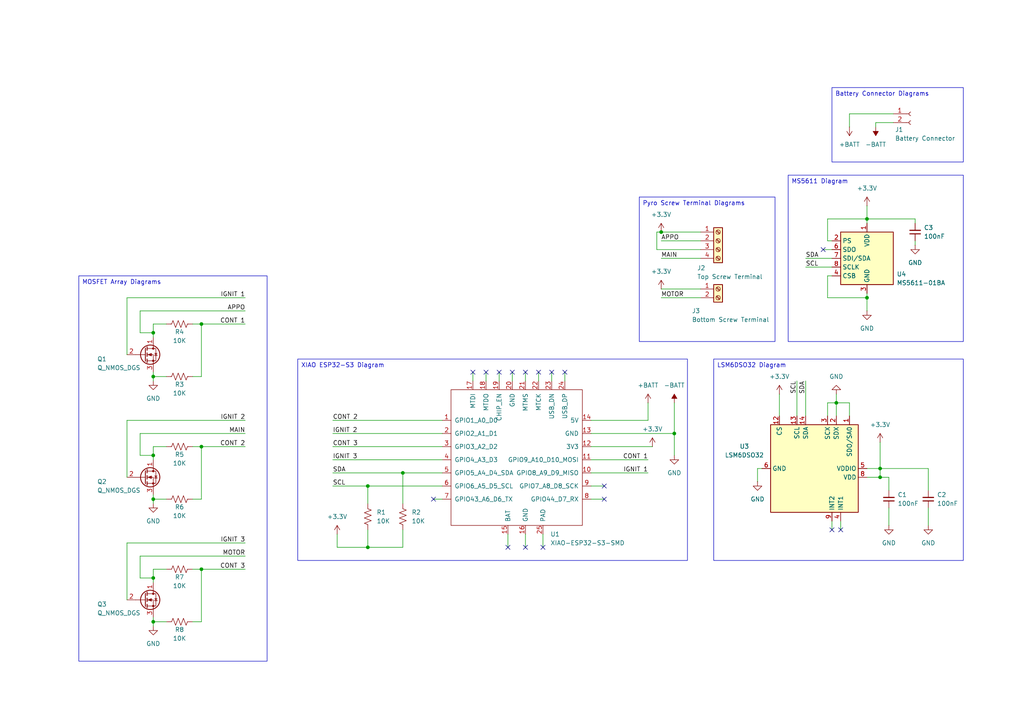
<source format=kicad_sch>
(kicad_sch (version 20250114) (generator "eeschema") (generator_version "9.0")
  (paper "A4")
  (title_block (title "Custom Avionics (All Layers)") (date "2026-02-09") (rev "NC") (company "UC Rocketry Club"))
  (lib_symbols
    (symbol "Connector:Conn_01x02_Socket" (pin_names (offset 1.016) (hide yes))
      (property "Reference" "J" (at 0 2.54 0))
      (property "Value" "Conn_01x02_Socket" (at 0 -5.08 0))
      (symbol "Conn_01x02_Socket_1_1"
        (polyline (pts (xy -1.27 0) (xy -0.508 0)) (stroke (width 0.1524)))
        (polyline (pts (xy -1.27 -2.54) (xy -0.508 -2.54)) (stroke (width 0.1524)))
        (arc (start 0 -0.508) (mid -0.5058 0) (end 0 0.508) (stroke (width 0.1524)))
        (arc (start 0 -3.048) (mid -0.5058 -2.54) (end 0 -2.032) (stroke (width 0.1524)))
        (pin passive line (at -5.08 0 0) (length 3.81) (name "Pin_1") (number "1"))
        (pin passive line (at -5.08 -2.54 0) (length 3.81) (name "Pin_2") (number "2"))
      )
    )
    (symbol "Connector:Screw_Terminal_01x02" (pin_names (offset 1.016) (hide yes))
      (property "Reference" "J" (at 0 2.54 0))
      (property "Value" "Screw_Terminal_01x02" (at 0 -5.08 0))
      (symbol "Screw_Terminal_01x02_1_1"
        (rectangle (start -1.27 1.27) (end 1.27 -3.81) (stroke (width 0.254)) (fill (type background)))
        (polyline (pts (xy -0.5334 0.3302) (xy 0.3302 -0.508)) (stroke (width 0.1524)))
        (polyline (pts (xy -0.5334 -2.2098) (xy 0.3302 -3.048)) (stroke (width 0.1524)))
        (polyline (pts (xy -0.3556 0.508) (xy 0.508 -0.3302)) (stroke (width 0.1524)))
        (polyline (pts (xy -0.3556 -2.032) (xy 0.508 -2.8702)) (stroke (width 0.1524)))
        (circle (center 0 0) (radius 0.635) (stroke (width 0.1524)))
        (circle (center 0 -2.54) (radius 0.635) (stroke (width 0.1524)))
        (pin passive line (at -5.08 0 0) (length 3.81) (name "Pin_1") (number "1"))
        (pin passive line (at -5.08 -2.54 0) (length 3.81) (name "Pin_2") (number "2"))
      )
    )
    (symbol "Connector:Screw_Terminal_01x04" (pin_names (offset 1.016) (hide yes))
      (property "Reference" "J" (at 0 5.08 0))
      (property "Value" "Screw_Terminal_01x04" (at 0 -7.62 0))
      (symbol "Screw_Terminal_01x04_1_1"
        (rectangle (start -1.27 3.81) (end 1.27 -6.35) (stroke (width 0.254)) (fill (type background)))
        (polyline (pts (xy -0.5334 2.8702) (xy 0.3302 2.032)) (stroke (width 0.1524)))
        (polyline (pts (xy -0.5334 0.3302) (xy 0.3302 -0.508)) (stroke (width 0.1524)))
        (polyline (pts (xy -0.5334 -2.2098) (xy 0.3302 -3.048)) (stroke (width 0.1524)))
        (polyline (pts (xy -0.5334 -4.7498) (xy 0.3302 -5.588)) (stroke (width 0.1524)))
        (polyline (pts (xy -0.3556 3.048) (xy 0.508 2.2098)) (stroke (width 0.1524)))
        (polyline (pts (xy -0.3556 0.508) (xy 0.508 -0.3302)) (stroke (width 0.1524)))
        (polyline (pts (xy -0.3556 -2.032) (xy 0.508 -2.8702)) (stroke (width 0.1524)))
        (polyline (pts (xy -0.3556 -4.572) (xy 0.508 -5.4102)) (stroke (width 0.1524)))
        (circle (center 0 2.54) (radius 0.635) (stroke (width 0.1524)))
        (circle (center 0 0) (radius 0.635) (stroke (width 0.1524)))
        (circle (center 0 -2.54) (radius 0.635) (stroke (width 0.1524)))
        (circle (center 0 -5.08) (radius 0.635) (stroke (width 0.1524)))
        (pin passive line (at -5.08 2.54 0) (length 3.81) (name "Pin_1") (number "1"))
        (pin passive line (at -5.08 0 0) (length 3.81) (name "Pin_2") (number "2"))
        (pin passive line (at -5.08 -2.54 0) (length 3.81) (name "Pin_3") (number "3"))
        (pin passive line (at -5.08 -5.08 0) (length 3.81) (name "Pin_4") (number "4"))
      )
    )
    (symbol "Device:C_Small" (pin_numbers (hide yes)) (pin_names (offset 0.254) (hide yes))
      (property "Reference" "C" (at 0.254 1.778 0))
      (property "Value" "C_Small" (at 0.254 -2.032 0))
      (symbol "C_Small_0_1"
        (polyline (pts (xy -1.524 0.508) (xy 1.524 0.508)) (stroke (width 0.3048)))
        (polyline (pts (xy -1.524 -0.508) (xy 1.524 -0.508)) (stroke (width 0.3302)))
      )
      (symbol "C_Small_1_1"
        (pin passive line (at 0 2.54 270) (length 2.032) (name "~") (number "1"))
        (pin passive line (at 0 -2.54 90) (length 2.032) (name "~") (number "2"))
      )
    )
    (symbol "Device:R_US" (pin_numbers (hide yes)) (pin_names (offset 0))
      (property "Reference" "R" (at 2.54 0 90))
      (property "Value" "R_US" (at -2.54 0 90))
      (symbol "R_US_0_1"
        (polyline (pts (xy 0 2.286) (xy 0 2.54)))
        (polyline (pts (xy 0 2.286) (xy 1.016 1.905) (xy 0 1.524) (xy -1.016 1.143) (xy 0 0.762)))
        (polyline (pts (xy 0 0.762) (xy 1.016 0.381) (xy 0 0) (xy -1.016 -0.381) (xy 0 -0.762)))
        (polyline (pts (xy 0 -0.762) (xy 1.016 -1.143) (xy 0 -1.524) (xy -1.016 -1.905) (xy 0 -2.286)))
        (polyline (pts (xy 0 -2.286) (xy 0 -2.54)))
      )
      (symbol "R_US_1_1"
        (pin passive line (at 0 3.81 270) (length 1.27) (name "~") (number "1"))
        (pin passive line (at 0 -3.81 90) (length 1.27) (name "~") (number "2"))
      )
    )
    (symbol "SeeedStudio-XIAO:XIAO-ESP32-S3-SMD" (pin_names (offset 1.016))
      (property "Reference" "U" (at -18.542 23.114 0))
      (property "Value" "XIAO-ESP32-S3-SMD" (at -8.382 21.336 0))
      (symbol "XIAO-ESP32-S3-SMD_0_1"
        (rectangle (start 19.05 -19.05) (end -19.05 20.32))
      )
      (symbol "XIAO-ESP32-S3-SMD_1_1"
        (pin passive line (at -21.59 11.43 0) (length 2.54) (name "GPIO1_A0_D0") (number "1"))
        (pin passive line (at -21.59 7.62 0) (length 2.54) (name "GPIO2_A1_D1") (number "2"))
        (pin passive line (at -21.59 3.81 0) (length 2.54) (name "GPIO3_A2_D2") (number "3"))
        (pin passive line (at -21.59 0 0) (length 2.54) (name "GPIO4_A3_D3") (number "4"))
        (pin passive line (at -21.59 -3.81 0) (length 2.54) (name "GPIO5_A4_D4_SDA") (number "5"))
        (pin passive line (at -21.59 -7.62 0) (length 2.54) (name "GPIO6_A5_D5_SCL") (number "6"))
        (pin passive line (at -21.59 -11.43 0) (length 2.54) (name "GPIO43_A6_D6_TX") (number "7"))
        (pin passive line (at -12.7 22.86 270) (length 2.54) (name "MTDI") (number "17"))
        (pin passive line (at -8.89 22.86 270) (length 2.54) (name "MTDO") (number "18"))
        (pin passive line (at -5.08 22.86 270) (length 2.54) (name "CHIP_EN") (number "19"))
        (pin passive line (at -2.54 -21.59 90) (length 2.54) (name "BAT") (number "15"))
        (pin passive line (at -1.27 22.86 270) (length 2.54) (name "GND") (number "20"))
        (pin passive line (at 2.54 22.86 270) (length 2.54) (name "MTMS") (number "21"))
        (pin passive line (at 2.54 -21.59 90) (length 2.54) (name "GND") (number "16"))
        (pin passive line (at 6.35 22.86 270) (length 2.54) (name "MTCK") (number "22"))
        (pin passive line (at 7.62 -21.59 90) (length 2.54) (name "PAD") (number "25"))
        (pin passive line (at 10.16 22.86 270) (length 2.54) (name "USB_DN") (number "23"))
        (pin passive line (at 13.97 22.86 270) (length 2.54) (name "USB_DP") (number "24"))
        (pin passive line (at 21.59 11.43 180) (length 2.54) (name "5V") (number "14"))
        (pin passive line (at 21.59 7.62 180) (length 2.54) (name "GND") (number "13"))
        (pin passive line (at 21.59 3.81 180) (length 2.54) (name "3V3") (number "12"))
        (pin passive line (at 21.59 0 180) (length 2.54) (name "GPIO9_A10_D10_MOSI") (number "11"))
        (pin passive line (at 21.59 -3.81 180) (length 2.54) (name "GPIO8_A9_D9_MISO") (number "10"))
        (pin passive line (at 21.59 -7.62 180) (length 2.54) (name "GPIO7_A8_D8_SCK") (number "9"))
        (pin passive line (at 21.59 -11.43 180) (length 2.54) (name "GPIO44_D7_RX") (number "8"))
      )
    )
    (symbol "Sensor_Motion:LSM6DS3"
      (property "Reference" "U3" (at -6.4202 -20.32 90))
      (property "Value" "LSM6DSO32" (at -3.8802 -20.32 90))
      (symbol "LSM6DS3_0_1"
        (rectangle (start -12.7 12.7) (end 12.7 -12.7) (stroke (width 0.254)) (fill (type background)))
      )
      (symbol "LSM6DS3_1_1"
        (pin bidirectional line (at -15.24 10.16 0) (length 2.54) (name "SDO/SA0") (number "1"))
        (pin bidirectional line (at -15.24 6.35 0) (length 2.54) (name "SDX") (number "2"))
        (pin input line (at -15.24 3.81 0) (length 2.54) (name "SCX") (number "3"))
        (pin bidirectional line (at -15.24 -2.54 0) (length 2.54) (name "SDA") (number "14"))
        (pin input line (at -15.24 -5.08 0) (length 2.54) (name "SCL") (number "13"))
        (pin input line (at -15.24 -10.16 0) (length 2.54) (name "CS") (number "12"))
        (pin power_in line (at 0 15.24 270) (length 2.54) (name "VDDIO") (number "5"))
        (pin power_in line (at 0 -15.24 90) (length 2.54) (name "GND") (number "6"))
        (pin passive line (at 0 -15.24 90) (length 2.54) (hide yes) (name "GND") (number "7"))
        (pin power_in line (at 2.54 15.24 270) (length 2.54) (name "VDD") (number "8"))
        (pin no_connect line (at 12.7 -2.54 180) (length 3.81) (hide yes) (name "NC") (number "11"))
        (pin no_connect line (at 12.7 -5.08 180) (length 3.81) (hide yes) (name "NC") (number "10"))
        (pin output line (at 15.24 7.62 180) (length 2.54) (name "INT1") (number "4"))
        (pin output line (at 15.24 5.08 180) (length 2.54) (name "INT2") (number "9"))
      )
    )
    (symbol "Sensor_Pressure:MS5611-01BA"
      (property "Reference" "U" (at -6.35 8.89 0))
      (property "Value" "MS5611-01BA" (at 7.62 8.89 0))
      (symbol "MS5611-01BA_0_1"
        (rectangle (start -7.62 7.62) (end 7.62 -7.62) (stroke (width 0.254)) (fill (type background)))
      )
      (symbol "MS5611-01BA_1_1"
        (pin input line (at -10.16 5.08 0) (length 2.54) (name "PS") (number "2"))
        (pin output line (at -10.16 2.54 0) (length 2.54) (name "SDO") (number "6"))
        (pin bidirectional line (at -10.16 0 0) (length 2.54) (name "SDI/SDA") (number "7"))
        (pin input line (at -10.16 -2.54 0) (length 2.54) (name "SCLK") (number "8"))
        (pin input line (at -10.16 -5.08 0) (length 2.54) (name "CSB") (number "4"))
        (pin input line (at -10.16 -5.08 0) (length 2.54) (hide yes) (name "CSB") (number "5"))
        (pin power_in line (at 0 10.16 270) (length 2.54) (name "VDD") (number "1"))
        (pin power_in line (at 0 -10.16 90) (length 2.54) (name "GND") (number "3"))
      )
    )
    (symbol "Transistor_FET:Q_NMOS_DGS" (pin_names (offset 0) (hide yes))
      (property "Reference" "Q" (at 5.08 1.905 0))
      (property "Value" "Q_NMOS_DGS" (at 5.08 0 0))
      (symbol "Q_NMOS_DGS_0_1"
        (polyline (pts (xy 0.254 1.905) (xy 0.254 -1.905)) (stroke (width 0.254)))
        (polyline (pts (xy 0.254 0) (xy -2.54 0)))
        (polyline (pts (xy 0.762 2.286) (xy 0.762 1.27)) (stroke (width 0.254)))
        (polyline (pts (xy 0.762 0.508) (xy 0.762 -0.508)) (stroke (width 0.254)))
        (polyline (pts (xy 0.762 -1.27) (xy 0.762 -2.286)) (stroke (width 0.254)))
        (polyline (pts (xy 0.762 -1.778) (xy 3.302 -1.778) (xy 3.302 1.778) (xy 0.762 1.778)))
        (polyline (pts (xy 1.016 0) (xy 2.032 0.381) (xy 2.032 -0.381) (xy 1.016 0)) (fill (type outline)))
        (circle (center 1.651 0) (radius 2.794) (stroke (width 0.254)))
        (polyline (pts (xy 2.54 2.54) (xy 2.54 1.778)))
        (circle (center 2.54 1.778) (radius 0.254) (fill (type outline)))
        (circle (center 2.54 -1.778) (radius 0.254) (fill (type outline)))
        (polyline (pts (xy 2.54 -2.54) (xy 2.54 0) (xy 0.762 0)))
        (polyline (pts (xy 2.921 0.381) (xy 3.683 0.381)))
        (polyline (pts (xy 3.302 0.381) (xy 2.921 -0.254) (xy 3.683 -0.254) (xy 3.302 0.381)))
      )
      (symbol "Q_NMOS_DGS_1_1"
        (pin input line (at -5.08 0 0) (length 2.54) (name "G") (number "2"))
        (pin passive line (at 2.54 5.08 270) (length 2.54) (name "D") (number "1"))
        (pin passive line (at 2.54 -5.08 90) (length 2.54) (name "S") (number "3"))
      )
    )
    (symbol "power:+3.3V" (power) (pin_numbers (hide yes)) (pin_names (offset 0) (hide yes))
      (property "Value" "+3.3V" (at 0 3.556 0))
      (symbol "+3.3V_0_1"
        (polyline (pts (xy -0.762 1.27) (xy 0 2.54)))
        (polyline (pts (xy 0 2.54) (xy 0.762 1.27)))
        (polyline (pts (xy 0 0) (xy 0 2.54)))
      )
      (symbol "+3.3V_1_1"
        (pin power_in line (at 0 0 90) (length 0) (name "~") (number "1"))
      )
    )
    (symbol "power:+BATT" (power) (pin_numbers (hide yes)) (pin_names (offset 0) (hide yes))
      (property "Value" "+BATT" (at 0 3.556 0))
      (symbol "+BATT_0_1"
        (polyline (pts (xy -0.762 1.27) (xy 0 2.54)))
        (polyline (pts (xy 0 2.54) (xy 0.762 1.27)))
        (polyline (pts (xy 0 0) (xy 0 2.54)))
      )
      (symbol "+BATT_1_1"
        (pin power_in line (at 0 0 90) (length 0) (name "~") (number "1"))
      )
    )
    (symbol "power:-BATT" (power) (pin_numbers (hide yes)) (pin_names (offset 0) (hide yes))
      (property "Value" "-BATT" (at 0 3.556 0))
      (symbol "-BATT_0_1"
        (polyline (pts (xy 0 0) (xy 0 2.54)))
        (polyline (pts (xy 0.762 1.27) (xy -0.762 1.27) (xy 0 2.54) (xy 0.762 1.27)) (fill (type outline)))
      )
      (symbol "-BATT_1_1"
        (pin power_in line (at 0 0 90) (length 0) (name "~") (number "1"))
      )
    )
    (symbol "power:GND" (power) (pin_numbers (hide yes)) (pin_names (offset 0) (hide yes))
      (property "Value" "GND" (at 0 -3.81 0))
      (symbol "GND_0_1"
        (polyline (pts (xy 0 0) (xy 0 -1.27) (xy 1.27 -1.27) (xy 0 -2.54) (xy -1.27 -1.27) (xy 0 -1.27)))
      )
      (symbol "GND_1_1"
        (pin power_in line (at 0 0 270) (length 0) (name "~") (number "1"))
      )
    )
  )
  (text_box "XIAO ESP32-S3 Diagram" (at 86.36 104.14 0) (size 113.03 58.42) (margins 0.9525 0.9525 0.9525 0.9525) (effects (font (size 1.27 1.27)) (justify left top)))
  (text_box "LSM6DSO32 Diagram" (at 207.01 104.14 0) (size 72.39 58.42) (margins 0.9525 0.9525 0.9525 0.9525) (effects (font (size 1.27 1.27)) (justify left top)))
  (text_box "MS5611 Diagram" (at 228.6 50.8 0) (size 50.8 48.26) (margins 0.9525 0.9525 0.9525 0.9525) (effects (font (size 1.27 1.27)) (justify left top)))
  (text_box "Battery Connector Diagrams" (at 241.3 25.4 0) (size 38.1 21.59) (margins 0.9525 0.9525 0.9525 0.9525) (effects (font (size 1.27 1.27)) (justify left top)))
  (text_box "MOSFET Array Diagrams" (at 22.86 80.01 0) (size 54.61 111.76) (margins 0.9525 0.9525 0.9525 0.9525) (effects (font (size 1.27 1.27)) (justify left top)))
  (text_box "Pyro Screw Terminal Diagrams" (at 185.42 57.15 0) (size 39.37 41.91) (margins 0.9525 0.9525 0.9525 0.9525) (effects (font (size 1.27 1.27)) (justify left top)))
  (junction (at 255.27 135.89))
  (junction (at 44.45 109.22))
  (junction (at 44.45 144.78))
  (junction (at 58.42 165.1))
  (junction (at 191.77 67.31))
  (junction (at 58.42 129.54))
  (junction (at 116.84 137.16))
  (junction (at 251.46 63.5))
  (junction (at 106.68 158.75))
  (junction (at 44.45 180.34))
  (junction (at 242.57 116.84))
  (junction (at 106.68 140.97))
  (junction (at 58.42 93.98))
  (junction (at 255.27 138.43))
  (junction (at 44.45 96.52))
  (junction (at 251.46 86.36))
  (junction (at 44.45 132.08))
  (junction (at 44.45 167.64))
  (junction (at 195.58 125.73))
  (no_connect (at 175.26 140.97))
  (no_connect (at 156.21 107.95))
  (no_connect (at 147.32 158.75))
  (no_connect (at 160.02 107.95))
  (no_connect (at 152.4 158.75))
  (no_connect (at 144.78 107.95))
  (no_connect (at 137.16 107.95))
  (no_connect (at 163.83 107.95))
  (no_connect (at 241.3 153.67))
  (no_connect (at 148.59 107.95))
  (no_connect (at 157.48 158.75))
  (no_connect (at 152.4 107.95))
  (no_connect (at 243.84 153.67))
  (no_connect (at 140.97 107.95))
  (no_connect (at 238.76 72.39))
  (no_connect (at 125.73 144.78))
  (no_connect (at 175.26 144.78))
  (wire (pts (xy 171.45 125.73) (xy 195.58 125.73)))
  (wire (pts (xy 241.3 80.01) (xy 240.03 80.01)))
  (wire (pts (xy 190.5 67.31) (xy 191.77 67.31)))
  (wire (pts (xy 157.48 154.94) (xy 157.48 158.75)))
  (wire (pts (xy 265.43 69.85) (xy 265.43 71.12)))
  (wire (pts (xy 140.97 107.95) (xy 140.97 110.49)))
  (wire (pts (xy 44.45 143.51) (xy 44.45 144.78)))
  (wire (pts (xy 195.58 116.84) (xy 195.58 125.73)))
  (wire (pts (xy 241.3 69.85) (xy 240.03 69.85)))
  (wire (pts (xy 40.64 90.17) (xy 71.12 90.17)))
  (wire (pts (xy 171.45 144.78) (xy 175.26 144.78)))
  (wire (pts (xy 96.52 137.16) (xy 116.84 137.16)))
  (wire (pts (xy 106.68 158.75) (xy 116.84 158.75)))
  (wire (pts (xy 191.77 83.82) (xy 203.2 83.82)))
  (wire (pts (xy 55.88 129.54) (xy 58.42 129.54)))
  (wire (pts (xy 160.02 107.95) (xy 160.02 110.49)))
  (wire (pts (xy 190.5 72.39) (xy 203.2 72.39)))
  (wire (pts (xy 40.64 90.17) (xy 40.64 96.52)))
  (wire (pts (xy 55.88 144.78) (xy 58.42 144.78)))
  (wire (pts (xy 36.83 86.36) (xy 71.12 86.36)))
  (wire (pts (xy 55.88 180.34) (xy 58.42 180.34)))
  (wire (pts (xy 240.03 120.65) (xy 240.03 116.84)))
  (wire (pts (xy 44.45 165.1) (xy 48.26 165.1)))
  (wire (pts (xy 241.3 151.13) (xy 241.3 153.67)))
  (wire (pts (xy 44.45 109.22) (xy 44.45 110.49)))
  (wire (pts (xy 36.83 86.36) (xy 36.83 102.87)))
  (wire (pts (xy 231.14 110.49) (xy 231.14 120.65)))
  (wire (pts (xy 242.57 120.65) (xy 242.57 116.84)))
  (wire (pts (xy 246.38 120.65) (xy 246.38 116.84)))
  (wire (pts (xy 251.46 135.89) (xy 255.27 135.89)))
  (wire (pts (xy 40.64 132.08) (xy 44.45 132.08)))
  (wire (pts (xy 171.45 133.35) (xy 187.96 133.35)))
  (wire (pts (xy 106.68 140.97) (xy 106.68 146.05)))
  (wire (pts (xy 255.27 135.89) (xy 269.24 135.89)))
  (wire (pts (xy 96.52 121.92) (xy 128.27 121.92)))
  (wire (pts (xy 265.43 64.77) (xy 265.43 63.5)))
  (wire (pts (xy 44.45 180.34) (xy 44.45 181.61)))
  (wire (pts (xy 240.03 116.84) (xy 242.57 116.84)))
  (wire (pts (xy 58.42 93.98) (xy 71.12 93.98)))
  (wire (pts (xy 44.45 132.08) (xy 44.45 129.54)))
  (wire (pts (xy 106.68 140.97) (xy 128.27 140.97)))
  (wire (pts (xy 96.52 129.54) (xy 128.27 129.54)))
  (wire (pts (xy 96.52 133.35) (xy 128.27 133.35)))
  (wire (pts (xy 44.45 96.52) (xy 40.64 96.52)))
  (wire (pts (xy 55.88 109.22) (xy 58.42 109.22)))
  (wire (pts (xy 36.83 121.92) (xy 36.83 138.43)))
  (wire (pts (xy 240.03 80.01) (xy 240.03 86.36)))
  (wire (pts (xy 190.5 72.39) (xy 190.5 67.31)))
  (wire (pts (xy 116.84 137.16) (xy 128.27 137.16)))
  (wire (pts (xy 191.77 74.93) (xy 203.2 74.93)))
  (wire (pts (xy 255.27 138.43) (xy 257.81 138.43)))
  (wire (pts (xy 44.45 109.22) (xy 48.26 109.22)))
  (wire (pts (xy 240.03 69.85) (xy 240.03 63.5)))
  (wire (pts (xy 44.45 107.95) (xy 44.45 109.22)))
  (wire (pts (xy 147.32 154.94) (xy 147.32 158.75)))
  (wire (pts (xy 125.73 144.78) (xy 128.27 144.78)))
  (wire (pts (xy 195.58 125.73) (xy 195.58 132.08)))
  (wire (pts (xy 137.16 107.95) (xy 137.16 110.49)))
  (wire (pts (xy 251.46 59.69) (xy 251.46 63.5)))
  (wire (pts (xy 233.68 74.93) (xy 241.3 74.93)))
  (wire (pts (xy 187.96 121.92) (xy 171.45 121.92)))
  (wire (pts (xy 44.45 180.34) (xy 48.26 180.34)))
  (wire (pts (xy 163.83 107.95) (xy 163.83 110.49)))
  (wire (pts (xy 191.77 69.85) (xy 203.2 69.85)))
  (wire (pts (xy 152.4 107.95) (xy 152.4 110.49)))
  (wire (pts (xy 116.84 158.75) (xy 116.84 153.67)))
  (wire (pts (xy 191.77 67.31) (xy 203.2 67.31)))
  (wire (pts (xy 269.24 152.4) (xy 269.24 147.32)))
  (wire (pts (xy 171.45 137.16) (xy 187.96 137.16)))
  (wire (pts (xy 116.84 137.16) (xy 116.84 146.05)))
  (wire (pts (xy 44.45 168.91) (xy 44.45 167.64)))
  (wire (pts (xy 148.59 107.95) (xy 148.59 110.49)))
  (wire (pts (xy 171.45 140.97) (xy 175.26 140.97)))
  (wire (pts (xy 97.79 158.75) (xy 106.68 158.75)))
  (wire (pts (xy 40.64 161.29) (xy 71.12 161.29)))
  (wire (pts (xy 96.52 140.97) (xy 106.68 140.97)))
  (wire (pts (xy 36.83 121.92) (xy 71.12 121.92)))
  (wire (pts (xy 58.42 129.54) (xy 71.12 129.54)))
  (wire (pts (xy 233.68 77.47) (xy 241.3 77.47)))
  (wire (pts (xy 240.03 63.5) (xy 251.46 63.5)))
  (wire (pts (xy 257.81 152.4) (xy 257.81 147.32)))
  (wire (pts (xy 191.77 86.36) (xy 203.2 86.36)))
  (wire (pts (xy 97.79 158.75) (xy 97.79 154.94)))
  (wire (pts (xy 251.46 85.09) (xy 251.46 86.36)))
  (wire (pts (xy 36.83 157.48) (xy 36.83 173.99)))
  (wire (pts (xy 269.24 135.89) (xy 269.24 142.24)))
  (wire (pts (xy 44.45 129.54) (xy 48.26 129.54)))
  (wire (pts (xy 106.68 153.67) (xy 106.68 158.75)))
  (wire (pts (xy 144.78 107.95) (xy 144.78 110.49)))
  (wire (pts (xy 44.45 167.64) (xy 44.45 165.1)))
  (wire (pts (xy 257.81 138.43) (xy 257.81 142.24)))
  (wire (pts (xy 58.42 109.22) (xy 58.42 93.98)))
  (wire (pts (xy 96.52 125.73) (xy 128.27 125.73)))
  (wire (pts (xy 265.43 63.5) (xy 251.46 63.5)))
  (wire (pts (xy 233.68 110.49) (xy 233.68 120.65)))
  (wire (pts (xy 156.21 107.95) (xy 156.21 110.49)))
  (wire (pts (xy 255.27 135.89) (xy 255.27 138.43)))
  (wire (pts (xy 44.45 144.78) (xy 48.26 144.78)))
  (wire (pts (xy 219.71 135.89) (xy 219.71 139.7)))
  (wire (pts (xy 242.57 116.84) (xy 246.38 116.84)))
  (wire (pts (xy 44.45 133.35) (xy 44.45 132.08)))
  (wire (pts (xy 171.45 129.54) (xy 189.23 129.54)))
  (wire (pts (xy 242.57 114.3) (xy 242.57 116.84)))
  (wire (pts (xy 44.45 97.79) (xy 44.45 96.52)))
  (wire (pts (xy 44.45 96.52) (xy 44.45 93.98)))
  (wire (pts (xy 40.64 125.73) (xy 71.12 125.73)))
  (wire (pts (xy 251.46 63.5) (xy 251.46 64.77)))
  (wire (pts (xy 220.98 135.89) (xy 219.71 135.89)))
  (wire (pts (xy 240.03 86.36) (xy 251.46 86.36)))
  (wire (pts (xy 44.45 167.64) (xy 40.64 167.64)))
  (wire (pts (xy 44.45 144.78) (xy 44.45 146.05)))
  (wire (pts (xy 251.46 86.36) (xy 251.46 90.17)))
  (wire (pts (xy 251.46 138.43) (xy 255.27 138.43)))
  (wire (pts (xy 259.08 35.56) (xy 254 35.56)))
  (wire (pts (xy 243.84 151.13) (xy 243.84 153.67)))
  (wire (pts (xy 58.42 180.34) (xy 58.42 165.1)))
  (wire (pts (xy 40.64 167.64) (xy 40.64 161.29)))
  (wire (pts (xy 40.64 132.08) (xy 40.64 125.73)))
  (wire (pts (xy 44.45 180.34) (xy 44.45 179.07)))
  (wire (pts (xy 226.06 114.3) (xy 226.06 120.65)))
  (wire (pts (xy 187.96 116.84) (xy 187.96 121.92)))
  (wire (pts (xy 36.83 157.48) (xy 71.12 157.48)))
  (wire (pts (xy 58.42 144.78) (xy 58.42 129.54)))
  (wire (pts (xy 55.88 93.98) (xy 58.42 93.98)))
  (wire (pts (xy 55.88 165.1) (xy 58.42 165.1)))
  (wire (pts (xy 58.42 165.1) (xy 71.12 165.1)))
  (wire (pts (xy 246.38 33.02) (xy 259.08 33.02)))
  (wire (pts (xy 238.76 72.39) (xy 241.3 72.39)))
  (wire (pts (xy 255.27 128.27) (xy 255.27 135.89)))
  (wire (pts (xy 246.38 33.02) (xy 246.38 36.83)))
  (wire (pts (xy 152.4 154.94) (xy 152.4 158.75)))
  (wire (pts (xy 254 35.56) (xy 254 36.83)))
  (wire (pts (xy 44.45 93.98) (xy 48.26 93.98)))
  (label "SCL" (at 96.52 140.97 0))
  (label "SDA" (at 96.52 137.16 0))
  (label "IGNIT 1" (at 187.96 137.16 180))
  (label "APPO" (at 71.12 90.17 180))
  (label "CONT 1" (at 71.12 93.98 180))
  (label "MOTOR" (at 71.12 161.29 180))
  (label "IGNIT 2" (at 96.52 125.73 0))
  (label "CONT 1" (at 187.96 133.35 180))
  (label "IGNIT 3" (at 96.52 133.35 0))
  (label "APPO" (at 191.77 69.85 0))
  (label "CONT 3" (at 96.52 129.54 0))
  (label "IGNIT 1" (at 71.12 86.36 180))
  (label "CONT 2" (at 96.52 121.92 0))
  (label "SDA" (at 233.68 110.49 270))
  (label "MAIN" (at 71.12 125.73 180))
  (label "SCL" (at 233.68 77.47 0))
  (label "MAIN" (at 191.77 74.93 0))
  (label "SCL" (at 231.14 110.49 270))
  (label "CONT 2" (at 71.12 129.54 180))
  (label "IGNIT 3" (at 71.12 157.48 180))
  (label "SDA" (at 233.68 74.93 0))
  (label "IGNIT 2" (at 71.12 121.92 180))
  (label "CONT 3" (at 71.12 165.1 180))
  (label "MOTOR" (at 191.77 86.36 0))
  (symbol (lib_id "power:GND") (at 219.71 139.7 0) (unit 1)
    (property "Reference" "#PWR01" (effects (hide yes)))
    (property "Value" "GND" (at 219.71 144.78 0))
    (property "Description" "Power symbol creates a global label with name \"GND\" , ground" (effects (hide yes)))
  )
  (symbol (lib_id "power:+3.3V") (at 191.77 83.82 0) (unit 1)
    (property "Reference" "#PWR021" (effects (hide yes)))
    (property "Value" "+3.3V" (at 191.77 78.74 0))
    (property "Description" "Power symbol creates a global label with name \"+3.3V\"" (effects (hide yes)))
  )
  (symbol (lib_id "power:GND") (at 44.45 110.49 0) (unit 1)
    (property "Reference" "#PWR02" (effects (hide yes)))
    (property "Value" "GND" (at 44.45 115.57 0))
    (property "Description" "Power symbol creates a global label with name \"GND\" , ground" (effects (hide yes)))
  )
  (symbol (lib_id "Device:R_US") (at 52.07 93.98 270) (unit 1)
    (property "Reference" "R4" (at 52.07 96.266 90))
    (property "Value" "10K" (at 52.07 98.806 90))
    (property "Footprint" "Resistor_SMD:R_0402_1005Metric" (effects (hide yes)))
    (property "Description" "Resistor, US symbol" (effects (hide yes)))
  )
  (symbol (lib_id "power:+BATT") (at 246.38 36.83 180) (unit 1)
    (property "Reference" "#PWR014" (effects (hide yes)))
    (property "Value" "+BATT" (at 246.38 41.91 0))
    (property "Description" "Power symbol creates a global label with name \"+BATT\"" (effects (hide yes)))
  )
  (symbol (lib_id "power:-BATT") (at 254 36.83 180) (unit 1)
    (property "Reference" "#PWR017" (effects (hide yes)))
    (property "Value" "-BATT" (at 254 41.91 0))
    (property "Description" "Power symbol creates a global label with name \"-BATT\"" (effects (hide yes)))
  )
  (symbol (lib_id "power:+BATT") (at 187.96 116.84 0) (unit 1)
    (property "Reference" "#PWR016" (effects (hide yes)))
    (property "Value" "+BATT" (at 187.96 111.76 0))
    (property "Description" "Power symbol creates a global label with name \"+BATT\"" (effects (hide yes)))
  )
  (symbol (lib_id "power:GND") (at 269.24 152.4 0) (unit 1)
    (property "Reference" "#PWR05" (effects (hide yes)))
    (property "Value" "GND" (at 269.24 157.48 0))
    (property "Description" "Power symbol creates a global label with name \"GND\" , ground" (effects (hide yes)))
  )
  (symbol (lib_id "power:+3.3V") (at 97.79 154.94 0) (unit 1)
    (property "Reference" "#PWR013" (effects (hide yes)))
    (property "Value" "+3.3V" (at 97.79 149.86 0))
    (property "Description" "Power symbol creates a global label with name \"+3.3V\"" (effects (hide yes)))
  )
  (symbol (lib_id "power:GND") (at 265.43 71.12 0) (unit 1)
    (property "Reference" "#PWR07" (effects (hide yes)))
    (property "Value" "GND" (at 265.43 76.2 0))
    (property "Description" "Power symbol creates a global label with name \"GND\" , ground" (effects (hide yes)))
  )
  (symbol (lib_id "power:+3.3V") (at 255.27 128.27 0) (unit 1)
    (property "Reference" "#PWR06" (effects (hide yes)))
    (property "Value" "+3.3V" (at 255.27 123.19 0))
    (property "Description" "Power symbol creates a global label with name \"+3.3V\"" (effects (hide yes)))
  )
  (symbol (lib_id "power:+3.3V") (at 191.77 67.31 0) (unit 1)
    (property "Reference" "#PWR020" (effects (hide yes)))
    (property "Value" "+3.3V" (at 191.77 62.23 0))
    (property "Description" "Power symbol creates a global label with name \"+3.3V\"" (effects (hide yes)))
  )
  (symbol (lib_id "Transistor_FET:Q_NMOS_DGS") (at 41.91 102.87 0) (unit 1)
    (property "Reference" "Q1" (at 28.194 104.14 0) (effects (justify left)))
    (property "Value" "Q_NMOS_DGS" (at 28.194 106.68 0) (effects (justify left)))
    (property "Footprint" "Package_TO_SOT_SMD:TSOT-23" (effects (hide yes)))
    (property "Description" "N-MOSFET transistor, drain/gate/source" (effects (hide yes)))
  )
  (symbol (lib_id "Device:R_US") (at 52.07 144.78 270) (unit 1)
    (property "Reference" "R6" (at 52.07 147.066 90))
    (property "Value" "10K" (at 52.07 149.606 90))
    (property "Footprint" "Resistor_SMD:R_0402_1005Metric" (effects (hide yes)))
    (property "Description" "Resistor, US symbol" (effects (hide yes)))
  )
  (symbol (lib_id "Device:R_US") (at 52.07 109.22 270) (unit 1)
    (property "Reference" "R3" (at 52.07 111.506 90))
    (property "Value" "10K" (at 52.07 114.046 90))
    (property "Footprint" "Resistor_SMD:R_0402_1005Metric" (effects (hide yes)))
    (property "Description" "Resistor, US symbol" (effects (hide yes)))
  )
  (symbol (lib_id "Transistor_FET:Q_NMOS_DGS") (at 41.91 173.99 0) (unit 1)
    (property "Reference" "Q3" (at 28.194 175.26 0) (effects (justify left)))
    (property "Value" "Q_NMOS_DGS" (at 28.194 177.8 0) (effects (justify left)))
    (property "Footprint" "Package_TO_SOT_SMD:TSOT-23" (effects (hide yes)))
    (property "Description" "N-MOSFET transistor, drain/gate/source" (effects (hide yes)))
  )
  (symbol (lib_id "power:GND") (at 44.45 146.05 0) (unit 1)
    (property "Reference" "#PWR018" (effects (hide yes)))
    (property "Value" "GND" (at 44.45 151.13 0))
    (property "Description" "Power symbol creates a global label with name \"GND\" , ground" (effects (hide yes)))
  )
  (symbol (lib_id "Device:R_US") (at 52.07 165.1 270) (unit 1)
    (property "Reference" "R7" (at 52.07 167.386 90))
    (property "Value" "10K" (at 52.07 169.926 90))
    (property "Footprint" "Resistor_SMD:R_0402_1005Metric" (effects (hide yes)))
    (property "Description" "Resistor, US symbol" (effects (hide yes)))
  )
  (symbol (lib_id "Device:R_US") (at 106.68 149.86 0) (unit 1)
    (property "Reference" "R1" (at 109.22 148.5899 0) (effects (justify left)))
    (property "Value" "10K" (at 109.22 151.1299 0) (effects (justify left)))
    (property "Footprint" "Resistor_SMD:R_0402_1005Metric" (effects (hide yes)))
    (property "Description" "Resistor, US symbol" (effects (hide yes)))
  )
  (symbol (lib_id "power:+3.3V") (at 226.06 114.3 0) (unit 1)
    (property "Reference" "#PWR09" (effects (hide yes)))
    (property "Value" "+3.3V" (at 226.06 109.22 0))
    (property "Description" "Power symbol creates a global label with name \"+3.3V\"" (effects (hide yes)))
  )
  (symbol (lib_id "Sensor_Pressure:MS5611-01BA") (at 251.46 74.93 0) (unit 1)
    (property "Reference" "U4" (at 260.096 79.502 0) (effects (justify left)))
    (property "Value" "MS5611-01BA" (at 260.096 82.042 0) (effects (justify left)))
    (property "Footprint" "Package_LGA:LGA-8_3x5mm_P1.25mm" (effects (hide yes)))
    (property "Datasheet" "https://www.te.com/commerce/DocumentDelivery/DDEController?Action=srchrtrv&DocNm=MS5611-01BA03&DocType=Data+Sheet&DocLang=English" (effects (hide yes)))
    (property "Description" "Barometric pressure sensor, 10cm resolution, 10 to 1200 mbar, I2C and SPI interface up to 20MHz, LGA-8" (effects (hide yes)))
  )
  (symbol (lib_id "power:-BATT") (at 195.58 116.84 0) (unit 1)
    (property "Reference" "#PWR015" (effects (hide yes)))
    (property "Value" "-BATT" (at 195.58 111.76 0))
    (property "Description" "Power symbol creates a global label with name \"-BATT\"" (effects (hide yes)))
  )
  (symbol (lib_id "power:+3.3V") (at 251.46 59.69 0) (unit 1)
    (property "Reference" "#PWR010" (effects (hide yes)))
    (property "Value" "+3.3V" (at 251.46 54.61 0))
    (property "Description" "Power symbol creates a global label with name \"+3.3V\"" (effects (hide yes)))
  )
  (symbol (lib_id "Device:R_US") (at 52.07 129.54 270) (unit 1)
    (property "Reference" "R5" (at 52.07 131.826 90))
    (property "Value" "10K" (at 52.07 134.366 90))
    (property "Footprint" "Resistor_SMD:R_0402_1005Metric" (effects (hide yes)))
    (property "Description" "Resistor, US symbol" (effects (hide yes)))
  )
  (symbol (lib_id "power:GND") (at 44.45 181.61 0) (unit 1)
    (property "Reference" "#PWR019" (effects (hide yes)))
    (property "Value" "GND" (at 44.45 186.69 0))
    (property "Description" "Power symbol creates a global label with name \"GND\" , ground" (effects (hide yes)))
  )
  (symbol (lib_id "SeeedStudio-XIAO:XIAO-ESP32-S3-SMD") (at 149.86 133.35 0) (unit 1)
    (property "Reference" "U1" (at 159.6233 154.94 0) (effects (justify left)))
    (property "Value" "XIAO-ESP32-S3-SMD" (at 159.6233 157.48 0) (effects (justify left)))
    (property "Footprint" "Seeed Studio XIAO Series Library:XIAO-ESP32S3-DIP" (effects (hide yes)))
  )
  (symbol (lib_id "Device:C_Small") (at 257.81 144.78 180) (unit 1)
    (property "Reference" "C1" (at 260.35 143.5035 0) (effects (justify right)))
    (property "Value" "100nF" (at 260.35 146.0435 0) (effects (justify right)))
    (property "Footprint" "Capacitor_SMD:C_0603_1608Metric" (effects (hide yes)))
    (property "Description" "Unpolarized capacitor, small symbol" (effects (hide yes)))
  )
  (symbol (lib_id "Device:C_Small") (at 265.43 67.31 180) (unit 1)
    (property "Reference" "C3" (at 267.97 66.0335 0) (effects (justify right)))
    (property "Value" "100nF" (at 267.97 68.5735 0) (effects (justify right)))
    (property "Footprint" "Capacitor_SMD:C_0603_1608Metric" (effects (hide yes)))
    (property "Description" "Unpolarized capacitor, small symbol" (effects (hide yes)))
  )
  (symbol (lib_id "Transistor_FET:Q_NMOS_DGS") (at 41.91 138.43 0) (unit 1)
    (property "Reference" "Q2" (at 28.194 139.7 0) (effects (justify left)))
    (property "Value" "Q_NMOS_DGS" (at 28.194 142.24 0) (effects (justify left)))
    (property "Footprint" "Package_TO_SOT_SMD:TSOT-23" (effects (hide yes)))
    (property "Description" "N-MOSFET transistor, drain/gate/source" (effects (hide yes)))
  )
  (symbol (lib_id "Connector:Screw_Terminal_01x04") (at 208.28 69.85 0) (unit 1)
    (property "Reference" "J2" (at 202.184 77.724 0) (effects (justify left)))
    (property "Value" "Top Screw Terminal" (at 202.184 80.264 0) (effects (justify left)))
    (property "Footprint" "TerminalBlock_Phoenix:TerminalBlock_Phoenix_MPT-0,5-4-2.54_1x04_P2.54mm_Horizontal" (effects (hide yes)))
    (property "Description" "Generic screw terminal, single row, 01x04, script generated (kicad-library-utils/schlib/autogen/connector/)" (effects (hide yes)))
  )
  (symbol (lib_id "power:GND") (at 195.58 132.08 0) (unit 1)
    (property "Reference" "#PWR012" (effects (hide yes)))
    (property "Value" "GND" (at 195.58 137.16 0))
    (property "Description" "Power symbol creates a global label with name \"GND\" , ground" (effects (hide yes)))
  )
  (symbol (lib_id "Connector:Screw_Terminal_01x02") (at 208.28 83.82 0) (unit 1)
    (property "Reference" "J3" (at 200.66 90.17 0) (effects (justify left)))
    (property "Value" "Bottom Screw Terminal" (at 200.66 92.71 0) (effects (justify left)))
    (property "Footprint" "TerminalBlock_Phoenix:TerminalBlock_Phoenix_MPT-0,5-2-2.54_1x02_P2.54mm_Horizontal" (effects (hide yes)))
    (property "Description" "Generic screw terminal, single row, 01x02, script generated (kicad-library-utils/schlib/autogen/connector/)" (effects (hide yes)))
  )
  (symbol (lib_id "power:+3.3V") (at 189.23 129.54 0) (unit 1)
    (property "Reference" "#PWR03" (effects (hide yes)))
    (property "Value" "+3.3V" (at 189.23 124.46 0))
    (property "Description" "Power symbol creates a global label with name \"+3.3V\"" (effects (hide yes)))
  )
  (symbol (lib_id "power:GND") (at 242.57 114.3 180) (unit 1)
    (property "Reference" "#PWR08" (effects (hide yes)))
    (property "Value" "GND" (at 242.57 109.22 0))
    (property "Description" "Power symbol creates a global label with name \"GND\" , ground" (effects (hide yes)))
  )
  (symbol (lib_id "Connector:Conn_01x02_Socket") (at 264.16 33.02 0) (unit 1)
    (property "Reference" "J1" (at 259.588 37.592 0) (effects (justify left)))
    (property "Value" "Battery Connector" (at 259.588 40.132 0) (effects (justify left)))
    (property "Footprint" "Connector_JST:JST_PH_B2B-PH-K_1x02_P2.00mm_Vertical" (effects (hide yes)))
    (property "Description" "Generic connector, single row, 01x02, script generated" (effects (hide yes)))
  )
  (symbol (lib_id "Device:C_Small") (at 269.24 144.78 180) (unit 1)
    (property "Reference" "C2" (at 271.78 143.5035 0) (effects (justify right)))
    (property "Value" "100nF" (at 271.78 146.0435 0) (effects (justify right)))
    (property "Footprint" "Capacitor_SMD:C_0603_1608Metric" (effects (hide yes)))
    (property "Description" "Unpolarized capacitor, small symbol" (effects (hide yes)))
  )
  (symbol (lib_id "power:GND") (at 251.46 90.17 0) (unit 1)
    (property "Reference" "#PWR011" (effects (hide yes)))
    (property "Value" "GND" (at 251.46 95.25 0))
    (property "Description" "Power symbol creates a global label with name \"GND\" , ground" (effects (hide yes)))
  )
  (symbol (lib_id "Sensor_Motion:LSM6DS3") (at 236.22 135.89 270) (unit 1)
    (property "Reference" "U3" (at 215.9 129.4698 90))
    (property "Value" "LSM6DSO32" (at 215.9 132.0098 90))
    (property "Footprint" "Package_LGA:LGA-14_3x2.5mm_P0.5mm_LayoutBorder3x4y" (effects (hide yes)))
    (property "Datasheet" "https://www.st.com/resource/en/datasheet/lsm6ds3tr-c.pdf" (effects (hide yes)))
    (property "Description" "I2C/SPI, iNEMO inertial module: always-on 3D accelerometer and 3D gyroscope" (effects (hide yes)))
  )
  (symbol (lib_id "Device:R_US") (at 52.07 180.34 270) (unit 1)
    (property "Reference" "R8" (at 52.07 182.626 90))
    (property "Value" "10K" (at 52.07 185.166 90))
    (property "Footprint" "Resistor_SMD:R_0402_1005Metric" (effects (hide yes)))
    (property "Description" "Resistor, US symbol" (effects (hide yes)))
  )
  (symbol (lib_id "Device:R_US") (at 116.84 149.86 0) (unit 1)
    (property "Reference" "R2" (at 119.38 148.5899 0) (effects (justify left)))
    (property "Value" "10K" (at 119.38 151.1299 0) (effects (justify left)))
    (property "Footprint" "Resistor_SMD:R_0402_1005Metric" (effects (hide yes)))
    (property "Description" "Resistor, US symbol" (effects (hide yes)))
  )
  (symbol (lib_id "power:GND") (at 257.81 152.4 0) (unit 1)
    (property "Reference" "#PWR04" (effects (hide yes)))
    (property "Value" "GND" (at 257.81 157.48 0))
    (property "Description" "Power symbol creates a global label with name \"GND\" , ground" (effects (hide yes)))
  )
)
</source>
